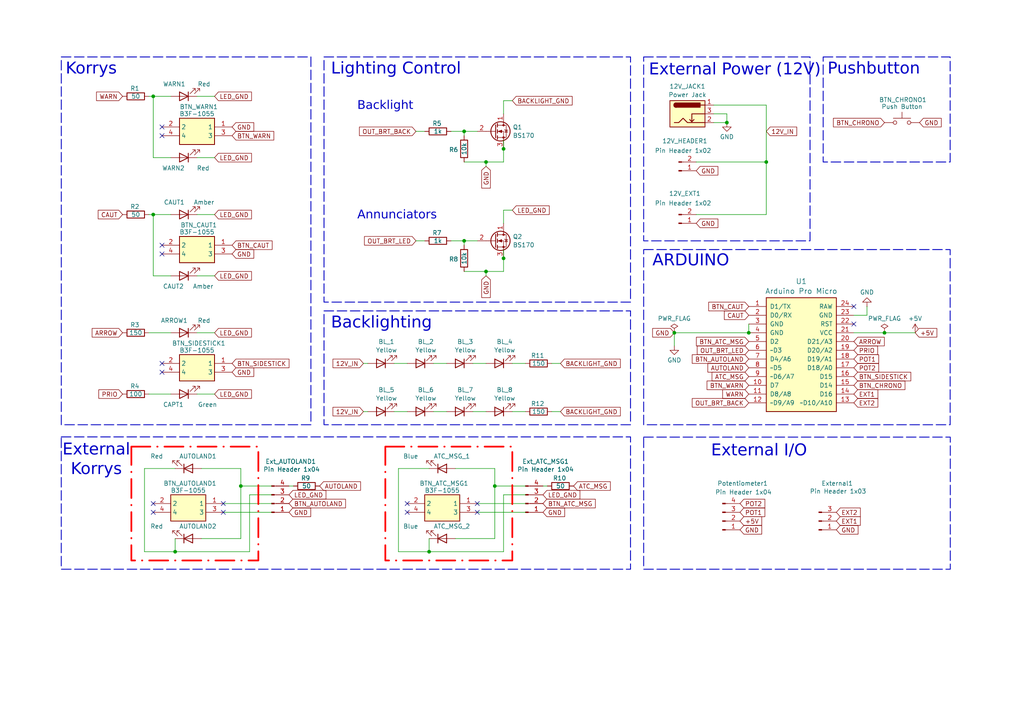
<source format=kicad_sch>
(kicad_sch (version 20231120) (generator "eeschema") (generator_version "8.0")
  (paper "A4")
  (title_block (title "WARNING PANEL Left") (date "2024-11-18") (rev "V1.1") (company "S.K.") (comment 1 "ATC-MSG- and AUTOLAND-Korrys are external") (comment 2 "Shortened version"))
  (lib_symbols
    (symbol "Arduino:Sparkfun_Pro_Micro" (pin_names (offset 1.016))
      (property "Reference" "U" (at -8.89 21.59 0))
      (property "Value" "Sparkfun_Pro_Micro" (at 0 19.05 0))
      (symbol "Sparkfun_Pro_Micro_0_1"
        (rectangle (start -10.16 17.78) (end 10.16 -15.24) (stroke (width 0.254)) (fill (type background)))
      )
      (symbol "Sparkfun_Pro_Micro_1_1"
        (pin bidirectional line (at -15.24 15.24 0) (length 5.08) (name "D1/TX") (number "1"))
        (pin bidirectional line (at -15.24 -7.62 0) (length 5.08) (name "D7") (number "10"))
        (pin bidirectional line (at -15.24 -10.16 0) (length 5.08) (name "D8/A8") (number "11"))
        (pin bidirectional line (at -15.24 -12.7 0) (length 5.08) (name "~D9/A9") (number "12"))
        (pin bidirectional line (at 15.24 -12.7 180) (length 5.08) (name "~D10/A10") (number "13"))
        (pin bidirectional line (at 15.24 -10.16 180) (length 5.08) (name "D16") (number "14"))
        (pin bidirectional line (at 15.24 -7.62 180) (length 5.08) (name "D14") (number "15"))
        (pin bidirectional line (at 15.24 -5.08 180) (length 5.08) (name "D15") (number "16"))
        (pin bidirectional line (at 15.24 -2.54 180) (length 5.08) (name "D18/A0") (number "17"))
        (pin bidirectional line (at 15.24 0 180) (length 5.08) (name "D19/A1") (number "18"))
        (pin bidirectional line (at 15.24 2.54 180) (length 5.08) (name "D20/A2") (number "19"))
        (pin bidirectional line (at -15.24 12.7 0) (length 5.08) (name "D0/RX") (number "2"))
        (pin bidirectional line (at 15.24 5.08 180) (length 5.08) (name "D21/A3") (number "20"))
        (pin power_in line (at 15.24 7.62 180) (length 5.08) (name "VCC") (number "21"))
        (pin input line (at 15.24 10.16 180) (length 5.08) (name "RST") (number "22"))
        (pin power_in line (at 15.24 12.7 180) (length 5.08) (name "GND") (number "23"))
        (pin power_in line (at 15.24 15.24 180) (length 5.08) (name "RAW") (number "24"))
        (pin power_in line (at -15.24 10.16 0) (length 5.08) (name "GND") (number "3"))
        (pin power_in line (at -15.24 7.62 0) (length 5.08) (name "GND") (number "4"))
        (pin bidirectional line (at -15.24 5.08 0) (length 5.08) (name "D2") (number "5"))
        (pin bidirectional line (at -15.24 2.54 0) (length 5.08) (name "~D3") (number "6"))
        (pin bidirectional line (at -15.24 0 0) (length 5.08) (name "D4/A6") (number "7"))
        (pin bidirectional line (at -15.24 -2.54 0) (length 5.08) (name "~D5") (number "8"))
        (pin bidirectional line (at -15.24 -5.08 0) (length 5.08) (name "~D6/A7") (number "9"))
      )
    )
    (symbol "Connector:Barrel_Jack_Switch" (pin_names hide)
      (property "Reference" "J" (at 0 5.334 0))
      (property "Value" "Barrel_Jack_Switch" (at 0 -5.08 0))
      (symbol "Barrel_Jack_Switch_0_1"
        (rectangle (start -5.08 3.81) (end 5.08 -3.81) (stroke (width 0.254)) (fill (type background)))
        (arc (start -3.302 3.175) (mid -3.9343 2.54) (end -3.302 1.905) (stroke (width 0.254)))
        (arc (start -3.302 3.175) (mid -3.9343 2.54) (end -3.302 1.905) (stroke (width 0.254)) (fill (type outline)))
        (polyline (pts (xy 1.27 -2.286) (xy 1.905 -1.651)) (stroke (width 0.254)))
        (polyline (pts (xy 5.08 2.54) (xy 3.81 2.54)) (stroke (width 0.254)))
        (polyline (pts (xy 5.08 0) (xy 1.27 0) (xy 1.27 -2.286) (xy 0.635 -1.651)) (stroke (width 0.254)))
        (polyline (pts (xy -3.81 -2.54) (xy -2.54 -2.54) (xy -1.27 -1.27) (xy 0 -2.54) (xy 2.54 -2.54) (xy 5.08 -2.54)) (stroke (width 0.254)))
        (rectangle (start 3.683 3.175) (end -3.302 1.905) (stroke (width 0.254)) (fill (type outline)))
      )
      (symbol "Barrel_Jack_Switch_1_1"
        (pin passive line (at 7.62 2.54 180) (length 2.54) (name "~") (number "1"))
        (pin passive line (at 7.62 -2.54 180) (length 2.54) (name "~") (number "2"))
        (pin passive line (at 7.62 0 180) (length 2.54) (name "~") (number "3"))
      )
    )
    (symbol "Connector:Conn_01x02_Pin" (pin_names (offset 1.016) hide)
      (property "Reference" "J" (at 0 2.54 0))
      (property "Value" "Conn_01x02_Pin" (at 0 -5.08 0))
      (symbol "Conn_01x02_Pin_1_1"
        (polyline (pts (xy 1.27 -2.54) (xy 0.8636 -2.54)) (stroke (width 0.1524)))
        (polyline (pts (xy 1.27 0) (xy 0.8636 0)) (stroke (width 0.1524)))
        (rectangle (start 0.8636 -2.413) (end 0 -2.667) (stroke (width 0.1524)) (fill (type outline)))
        (rectangle (start 0.8636 0.127) (end 0 -0.127) (stroke (width 0.1524)) (fill (type outline)))
        (pin passive line (at 5.08 0 180) (length 3.81) (name "Pin_1") (number "1"))
        (pin passive line (at 5.08 -2.54 180) (length 3.81) (name "Pin_2") (number "2"))
      )
    )
    (symbol "Connector:Conn_01x03_Pin" (pin_names (offset 1.016) hide)
      (property "Reference" "J" (at 0 5.08 0))
      (property "Value" "Conn_01x03_Pin" (at 0 -5.08 0))
      (symbol "Conn_01x03_Pin_1_1"
        (polyline (pts (xy 1.27 -2.54) (xy 0.8636 -2.54)) (stroke (width 0.1524)))
        (polyline (pts (xy 1.27 0) (xy 0.8636 0)) (stroke (width 0.1524)))
        (polyline (pts (xy 1.27 2.54) (xy 0.8636 2.54)) (stroke (width 0.1524)))
        (rectangle (start 0.8636 -2.413) (end 0 -2.667) (stroke (width 0.1524)) (fill (type outline)))
        (rectangle (start 0.8636 0.127) (end 0 -0.127) (stroke (width 0.1524)) (fill (type outline)))
        (rectangle (start 0.8636 2.667) (end 0 2.413) (stroke (width 0.1524)) (fill (type outline)))
        (pin passive line (at 5.08 2.54 180) (length 3.81) (name "Pin_1") (number "1"))
        (pin passive line (at 5.08 0 180) (length 3.81) (name "Pin_2") (number "2"))
        (pin passive line (at 5.08 -2.54 180) (length 3.81) (name "Pin_3") (number "3"))
      )
    )
    (symbol "Connector:Conn_01x04_Pin" (pin_names (offset 1.016) hide)
      (property "Reference" "J" (at 0 5.08 0))
      (property "Value" "Conn_01x04_Pin" (at 0 -7.62 0))
      (symbol "Conn_01x04_Pin_1_1"
        (polyline (pts (xy 1.27 -5.08) (xy 0.8636 -5.08)) (stroke (width 0.1524)))
        (polyline (pts (xy 1.27 -2.54) (xy 0.8636 -2.54)) (stroke (width 0.1524)))
        (polyline (pts (xy 1.27 0) (xy 0.8636 0)) (stroke (width 0.1524)))
        (polyline (pts (xy 1.27 2.54) (xy 0.8636 2.54)) (stroke (width 0.1524)))
        (rectangle (start 0.8636 -4.953) (end 0 -5.207) (stroke (width 0.1524)) (fill (type outline)))
        (rectangle (start 0.8636 -2.413) (end 0 -2.667) (stroke (width 0.1524)) (fill (type outline)))
        (rectangle (start 0.8636 0.127) (end 0 -0.127) (stroke (width 0.1524)) (fill (type outline)))
        (rectangle (start 0.8636 2.667) (end 0 2.413) (stroke (width 0.1524)) (fill (type outline)))
        (pin passive line (at 5.08 2.54 180) (length 3.81) (name "Pin_1") (number "1"))
        (pin passive line (at 5.08 0 180) (length 3.81) (name "Pin_2") (number "2"))
        (pin passive line (at 5.08 -2.54 180) (length 3.81) (name "Pin_3") (number "3"))
        (pin passive line (at 5.08 -5.08 180) (length 3.81) (name "Pin_4") (number "4"))
      )
    )
    (symbol "Device:LED" (pin_numbers hide) (pin_names (offset 1.016) hide)
      (property "Reference" "D" (at 0 2.54 0))
      (property "Value" "LED" (at 0 -2.54 0))
      (symbol "LED_0_1"
        (polyline (pts (xy -1.27 -1.27) (xy -1.27 1.27)) (stroke (width 0.254)))
        (polyline (pts (xy -1.27 0) (xy 1.27 0)))
        (polyline (pts (xy 1.27 -1.27) (xy 1.27 1.27) (xy -1.27 0) (xy 1.27 -1.27)) (stroke (width 0.254)))
        (polyline (pts (xy -3.048 -0.762) (xy -4.572 -2.286) (xy -3.81 -2.286) (xy -4.572 -2.286) (xy -4.572 -1.524)))
        (polyline (pts (xy -1.778 -0.762) (xy -3.302 -2.286) (xy -2.54 -2.286) (xy -3.302 -2.286) (xy -3.302 -1.524)))
      )
      (symbol "LED_1_1"
        (pin passive line (at -3.81 0 0) (length 2.54) (name "K") (number "1"))
        (pin passive line (at 3.81 0 180) (length 2.54) (name "A") (number "2"))
      )
    )
    (symbol "Device:R" (pin_numbers hide) (pin_names (offset 0))
      (property "Reference" "R" (at 2.032 0 90))
      (property "Value" "R" (at 0 0 90))
      (symbol "R_0_1"
        (rectangle (start -1.016 -2.54) (end 1.016 2.54) (stroke (width 0.254)))
      )
      (symbol "R_1_1"
        (pin passive line (at 0 3.81 270) (length 1.27) (name "~") (number "1"))
        (pin passive line (at 0 -3.81 90) (length 1.27) (name "~") (number "2"))
      )
    )
    (symbol "SamacSys_Parts:B3F-1055"
      (property "Reference" "SW" (at 5.588 7.62 0))
      (property "Value" "B3F-1055" (at 5.334 5.08 0))
      (symbol "B3F-1055_1_1"
        (rectangle (start 5.08 2.54) (end 15.24 -5.08) (stroke (width 0.254)) (fill (type background)))
        (pin passive line (at 20.32 -2.54 180) (length 5.08) (name "1") (number "1"))
        (pin passive line (at 0 -2.54 0) (length 5.08) (name "2") (number "2"))
        (pin passive line (at 20.32 0 180) (length 5.08) (name "3") (number "3"))
        (pin passive line (at 0 0 0) (length 5.08) (name "4") (number "4"))
      )
    )
    (symbol "Switch:SW_Push" (pin_numbers hide) (pin_names (offset 1.016) hide)
      (property "Reference" "SW" (at 1.27 2.54 0))
      (property "Value" "SW_Push" (at 0 -1.524 0))
      (symbol "SW_Push_0_1"
        (circle (center -2.032 0) (radius 0.508))
        (polyline (pts (xy 0 1.27) (xy 0 3.048)))
        (polyline (pts (xy 2.54 1.27) (xy -2.54 1.27)))
        (circle (center 2.032 0) (radius 0.508))
        (pin passive line (at -5.08 0 0) (length 2.54) (name "1") (number "1"))
        (pin passive line (at 5.08 0 180) (length 2.54) (name "2") (number "2"))
      )
    )
    (symbol "Transistor_FET:BS170" (pin_names hide)
      (property "Reference" "Q" (at 5.08 1.905 0))
      (property "Value" "BS170" (at 5.08 0 0))
      (symbol "BS170_0_1"
        (polyline (pts (xy 0.254 0) (xy -2.54 0)))
        (polyline (pts (xy 0.254 1.905) (xy 0.254 -1.905)) (stroke (width 0.254)))
        (polyline (pts (xy 0.762 -1.27) (xy 0.762 -2.286)) (stroke (width 0.254)))
        (polyline (pts (xy 0.762 0.508) (xy 0.762 -0.508)) (stroke (width 0.254)))
        (polyline (pts (xy 0.762 2.286) (xy 0.762 1.27)) (stroke (width 0.254)))
        (polyline (pts (xy 2.54 2.54) (xy 2.54 1.778)))
        (polyline (pts (xy 2.54 -2.54) (xy 2.54 0) (xy 0.762 0)))
        (polyline (pts (xy 0.762 -1.778) (xy 3.302 -1.778) (xy 3.302 1.778) (xy 0.762 1.778)))
        (polyline (pts (xy 1.016 0) (xy 2.032 0.381) (xy 2.032 -0.381) (xy 1.016 0)) (fill (type outline)))
        (polyline (pts (xy 2.794 0.508) (xy 2.921 0.381) (xy 3.683 0.381) (xy 3.81 0.254)))
        (polyline (pts (xy 3.302 0.381) (xy 2.921 -0.254) (xy 3.683 -0.254) (xy 3.302 0.381)))
        (circle (center 1.651 0) (radius 2.794) (stroke (width 0.254)))
        (circle (center 2.54 -1.778) (radius 0.254) (fill (type outline)))
        (circle (center 2.54 1.778) (radius 0.254) (fill (type outline)))
      )
      (symbol "BS170_1_1"
        (pin passive line (at 2.54 5.08 270) (length 2.54) (name "D") (number "1"))
        (pin input line (at -5.08 0 0) (length 2.54) (name "G") (number "2"))
        (pin passive line (at 2.54 -5.08 90) (length 2.54) (name "S") (number "3"))
      )
    )
    (symbol "power:+5V" (power) (pin_numbers hide) (pin_names (offset 0) hide)
      (property "Value" "+5V" (at 0 3.556 0))
      (symbol "+5V_0_1"
        (polyline (pts (xy -0.762 1.27) (xy 0 2.54)))
        (polyline (pts (xy 0 0) (xy 0 2.54)))
        (polyline (pts (xy 0 2.54) (xy 0.762 1.27)))
      )
      (symbol "+5V_1_1"
        (pin power_in line (at 0 0 90) (length 0) (name "~") (number "1"))
      )
    )
    (symbol "power:GND" (power) (pin_numbers hide) (pin_names (offset 0) hide)
      (property "Value" "GND" (at 0 -3.81 0))
      (symbol "GND_0_1"
        (polyline (pts (xy 0 0) (xy 0 -1.27) (xy 1.27 -1.27) (xy 0 -2.54) (xy -1.27 -1.27) (xy 0 -1.27)))
      )
      (symbol "GND_1_1"
        (pin power_in line (at 0 0 270) (length 0) (name "~") (number "1"))
      )
    )
    (symbol "power:PWR_FLAG" (power) (pin_numbers hide) (pin_names (offset 0) hide)
      (property "Value" "PWR_FLAG" (at 0 3.81 0))
      (symbol "PWR_FLAG_0_0"
        (pin power_out line (at 0 0 90) (length 0) (name "~") (number "1"))
      )
      (symbol "PWR_FLAG_0_1"
        (polyline (pts (xy 0 0) (xy 0 1.27) (xy -1.016 1.905) (xy 0 2.54) (xy 1.016 1.905) (xy 0 1.27)))
      )
    )
  )
  (junction (at 44.45 27.94))
  (junction (at 140.97 78.74))
  (junction (at 222.25 46.99))
  (junction (at 134.62 38.1))
  (junction (at 143.51 140.97))
  (junction (at 217.17 96.52))
  (junction (at 140.97 46.99))
  (junction (at 69.85 140.97))
  (junction (at 50.8 160.02))
  (junction (at 210.82 35.56))
  (junction (at 146.05 74.93))
  (junction (at 134.62 69.85))
  (junction (at 146.05 43.18))
  (junction (at 124.46 160.02))
  (junction (at 195.58 96.52))
  (junction (at 44.45 62.23))
  (junction (at 256.54 96.52))
  (no_connect (at 46.99 39.37))
  (no_connect (at 46.99 107.95))
  (no_connect (at 46.99 71.12))
  (no_connect (at 44.45 146.05))
  (no_connect (at 46.99 36.83))
  (no_connect (at 44.45 148.59))
  (no_connect (at 247.65 88.9))
  (no_connect (at 118.11 148.59))
  (no_connect (at 46.99 73.66))
  (no_connect (at 138.43 148.59))
  (no_connect (at 46.99 105.41))
  (no_connect (at 64.77 146.05))
  (no_connect (at 118.11 146.05))
  (no_connect (at 64.77 148.59))
  (no_connect (at 138.43 146.05))
  (no_connect (at 247.65 93.98))
  (wire (pts (xy 69.85 156.21) (xy 69.85 140.97)))
  (wire (pts (xy 143.51 135.89) (xy 143.51 140.97)))
  (wire (pts (xy 138.43 148.59) (xy 152.4 148.59)))
  (wire (pts (xy 72.39 160.02) (xy 72.39 143.51)))
  (wire (pts (xy 195.58 100.33) (xy 195.58 96.52)))
  (wire (pts (xy 146.05 74.93) (xy 146.05 78.74)))
  (wire (pts (xy 134.62 38.1) (xy 138.43 38.1)))
  (wire (pts (xy 143.51 140.97) (xy 152.4 140.97)))
  (wire (pts (xy 69.85 135.89) (xy 69.85 140.97)))
  (wire (pts (xy 137.16 119.38) (xy 140.97 119.38)))
  (wire (pts (xy 120.65 38.1) (xy 123.19 38.1)))
  (wire (pts (xy 134.62 69.85) (xy 138.43 69.85)))
  (wire (pts (xy 124.46 135.89) (xy 115.57 135.89)))
  (wire (pts (xy 207.01 30.48) (xy 222.25 30.48)))
  (wire (pts (xy 62.23 45.72) (xy 57.15 45.72)))
  (wire (pts (xy 148.59 119.38) (xy 152.4 119.38)))
  (wire (pts (xy 137.16 105.41) (xy 140.97 105.41)))
  (wire (pts (xy 210.82 33.02) (xy 210.82 35.56)))
  (wire (pts (xy 44.45 62.23) (xy 43.18 62.23)))
  (wire (pts (xy 130.81 38.1) (xy 134.62 38.1)))
  (wire (pts (xy 50.8 135.89) (xy 41.91 135.89)))
  (wire (pts (xy 64.77 148.59) (xy 78.74 148.59)))
  (wire (pts (xy 160.02 105.41) (xy 162.56 105.41)))
  (wire (pts (xy 62.23 62.23) (xy 57.15 62.23)))
  (wire (pts (xy 207.01 33.02) (xy 210.82 33.02)))
  (wire (pts (xy 41.91 135.89) (xy 41.91 160.02)))
  (wire (pts (xy 222.25 30.48) (xy 222.25 46.99)))
  (wire (pts (xy 125.73 105.41) (xy 129.54 105.41)))
  (wire (pts (xy 124.46 160.02) (xy 146.05 160.02)))
  (wire (pts (xy 114.3 105.41) (xy 118.11 105.41)))
  (wire (pts (xy 44.45 62.23) (xy 49.53 62.23)))
  (wire (pts (xy 49.53 114.3) (xy 43.18 114.3)))
  (wire (pts (xy 195.58 96.52) (xy 217.17 96.52)))
  (wire (pts (xy 143.51 156.21) (xy 143.51 140.97)))
  (wire (pts (xy 140.97 78.74) (xy 146.05 78.74)))
  (wire (pts (xy 130.81 69.85) (xy 134.62 69.85)))
  (wire (pts (xy 120.65 69.85) (xy 123.19 69.85)))
  (wire (pts (xy 83.82 140.97) (xy 85.09 140.97)))
  (wire (pts (xy 44.45 27.94) (xy 43.18 27.94)))
  (wire (pts (xy 148.59 105.41) (xy 152.4 105.41)))
  (wire (pts (xy 157.48 140.97) (xy 158.75 140.97)))
  (wire (pts (xy 49.53 80.01) (xy 44.45 80.01)))
  (wire (pts (xy 44.45 45.72) (xy 44.45 27.94)))
  (wire (pts (xy 146.05 29.21) (xy 146.05 33.02)))
  (wire (pts (xy 146.05 143.51) (xy 152.4 143.51)))
  (wire (pts (xy 105.41 105.41) (xy 106.68 105.41)))
  (wire (pts (xy 256.54 96.52) (xy 265.43 96.52)))
  (wire (pts (xy 146.05 40.64) (xy 146.05 43.18)))
  (wire (pts (xy 134.62 78.74) (xy 140.97 78.74)))
  (wire (pts (xy 217.17 93.98) (xy 217.17 96.52)))
  (wire (pts (xy 43.18 96.52) (xy 49.53 96.52)))
  (wire (pts (xy 62.23 80.01) (xy 57.15 80.01)))
  (wire (pts (xy 114.3 119.38) (xy 118.11 119.38)))
  (wire (pts (xy 132.08 156.21) (xy 143.51 156.21)))
  (wire (pts (xy 146.05 72.39) (xy 146.05 74.93)))
  (wire (pts (xy 72.39 143.51) (xy 78.74 143.51)))
  (wire (pts (xy 62.23 96.52) (xy 57.15 96.52)))
  (wire (pts (xy 134.62 46.99) (xy 140.97 46.99)))
  (wire (pts (xy 247.65 96.52) (xy 256.54 96.52)))
  (wire (pts (xy 251.46 91.44) (xy 251.46 88.9)))
  (wire (pts (xy 44.45 27.94) (xy 49.53 27.94)))
  (wire (pts (xy 115.57 135.89) (xy 115.57 160.02)))
  (wire (pts (xy 115.57 160.02) (xy 124.46 160.02)))
  (wire (pts (xy 140.97 48.26) (xy 140.97 46.99)))
  (wire (pts (xy 49.53 45.72) (xy 44.45 45.72)))
  (wire (pts (xy 134.62 38.1) (xy 134.62 39.37)))
  (wire (pts (xy 138.43 146.05) (xy 152.4 146.05)))
  (wire (pts (xy 41.91 160.02) (xy 50.8 160.02)))
  (wire (pts (xy 44.45 80.01) (xy 44.45 62.23)))
  (wire (pts (xy 134.62 69.85) (xy 134.62 71.12)))
  (wire (pts (xy 148.59 29.21) (xy 146.05 29.21)))
  (wire (pts (xy 50.8 160.02) (xy 72.39 160.02)))
  (wire (pts (xy 148.59 60.96) (xy 146.05 60.96)))
  (wire (pts (xy 146.05 60.96) (xy 146.05 64.77)))
  (wire (pts (xy 62.23 27.94) (xy 57.15 27.94)))
  (wire (pts (xy 201.93 46.99) (xy 222.25 46.99)))
  (wire (pts (xy 106.68 119.38) (xy 105.41 119.38)))
  (wire (pts (xy 50.8 156.21) (xy 50.8 160.02)))
  (wire (pts (xy 64.77 146.05) (xy 78.74 146.05)))
  (wire (pts (xy 125.73 119.38) (xy 129.54 119.38)))
  (wire (pts (xy 247.65 91.44) (xy 251.46 91.44)))
  (wire (pts (xy 222.25 62.23) (xy 222.25 46.99)))
  (wire (pts (xy 146.05 43.18) (xy 146.05 46.99)))
  (wire (pts (xy 58.42 156.21) (xy 69.85 156.21)))
  (wire (pts (xy 140.97 80.01) (xy 140.97 78.74)))
  (wire (pts (xy 140.97 46.99) (xy 146.05 46.99)))
  (wire (pts (xy 62.23 114.3) (xy 57.15 114.3)))
  (wire (pts (xy 201.93 62.23) (xy 222.25 62.23)))
  (wire (pts (xy 69.85 140.97) (xy 78.74 140.97)))
  (wire (pts (xy 124.46 156.21) (xy 124.46 160.02)))
  (wire (pts (xy 132.08 135.89) (xy 143.51 135.89)))
  (wire (pts (xy 146.05 160.02) (xy 146.05 143.51)))
  (wire (pts (xy 207.01 35.56) (xy 210.82 35.56)))
  (wire (pts (xy 58.42 135.89) (xy 69.85 135.89)))
  (wire (pts (xy 160.02 119.38) (xy 162.56 119.38)))
  (rectangle (start 186.69 16.51) (end 234.95 69.85) (stroke (width 0.254) (type dash)))
  (rectangle (start 93.98 90.17) (end 182.88 123.19) (stroke (width 0.254) (type dash)))
  (rectangle (start 238.76 16.51) (end 275.59 46.99) (stroke (width 0.254) (type dash)))
  (rectangle (start 186.69 72.39) (end 275.59 123.19) (stroke (width 0.254) (type dash)))
  (rectangle (start 111.76 129.54) (end 148.59 162.56) (stroke (width 0.5) (type dash_dot) (color 255 0 0 1)))
  (rectangle (start 17.7719 126.7133) (end 182.88 165.1) (stroke (width 0.254) (type dash)))
  (rectangle (start 17.78 16.51) (end 90.17 123.19) (stroke (width 0.254) (type dash)))
  (rectangle (start 38.1 129.54) (end 74.93 162.56) (stroke (width 0.5) (type dash_dot) (color 255 0 0 1)))
  (rectangle (start 186.69 126.7834) (end 275.624 165.1) (stroke (width 0.254) (type dash)))
  (rectangle (start 93.98 16.51) (end 182.88 87.63) (stroke (width 0.254) (type dash)))
  (text "External Power (12V)" (at 188.214 19.304 0) (effects (font (size 3.3782 3.3782)) (justify left top)))
  (text "Annunciators" (at 103.632 61.722 0) (effects (font (size 2.5 2.5)) (justify left top)))
  (text "Backlight" (at 103.632 29.972 0) (effects (font (size 2.5 2.5)) (justify left top)))
  (text "ARDUINO" (at 189.23 74.676 0) (effects (font (size 3.3782 3.3782)) (justify left top)))
  (text "Lighting Control" (at 96.012 19.05 0) (effects (font (size 3.3782 3.3782)) (justify left top)))
  (text "Pushbutton" (at 240.03 19.05 0) (effects (font (size 3.3782 3.3782)) (justify left top)))
  (text "Backlighting" (at 96.012 92.71 0) (effects (font (size 3.3782 3.3782)) (justify left top)))
  (text "External\nKorrys" (at 27.94 129.54 0) (effects (font (size 3.3782 3.3782)) (justify top)))
  (text "External I/O" (at 206.248 129.794 0) (effects (font (size 3.3782 3.3782)) (justify left top)))
  (text "Korrys" (at 19.05 19.05 0) (effects (font (size 3.3782 3.3782)) (justify left top)))
  (global_label "+5V" (shape input) (at 265.43 96.52 0) (property "Intersheetrefs" "${INTERSHEET_REFS}" (effects (hide yes))))
  (global_label "GND" (shape input) (at 67.31 36.83 0) (property "Intersheetrefs" "${INTERSHEET_REFS}" (effects (hide yes))))
  (global_label "12V_IN" (shape input) (at 105.41 105.41 180) (property "Intersheetrefs" "${INTERSHEET_REFS}" (effects (hide yes))))
  (global_label "GND" (shape input) (at 201.93 49.53 0) (property "Intersheetrefs" "${INTERSHEET_REFS}" (effects (hide yes))))
  (global_label "ATC_MSG" (shape input) (at 166.37 140.97 0) (property "Intersheetrefs" "${INTERSHEET_REFS}" (effects (hide yes))))
  (global_label "LED_GND" (shape input) (at 62.23 96.52 0) (property "Intersheetrefs" "${INTERSHEET_REFS}" (effects (hide yes))))
  (global_label "POT1" (shape input) (at 214.63 148.59 0) (property "Intersheetrefs" "${INTERSHEET_REFS}" (effects (hide yes))))
  (global_label "BTN_SIDESTICK" (shape input) (at 247.65 109.22 0) (property "Intersheetrefs" "${INTERSHEET_REFS}" (effects (hide yes))))
  (global_label "LED_GND" (shape input) (at 148.59 60.96 0) (property "Intersheetrefs" "${INTERSHEET_REFS}" (effects (hide yes))))
  (global_label "GND" (shape input) (at 266.7 35.56 0) (property "Intersheetrefs" "${INTERSHEET_REFS}" (effects (hide yes))))
  (global_label "GND" (shape input) (at 67.31 107.95 0) (property "Intersheetrefs" "${INTERSHEET_REFS}" (effects (hide yes))))
  (global_label "BTN_AUTOLAND" (shape input) (at 217.17 104.14 180) (property "Intersheetrefs" "${INTERSHEET_REFS}" (effects (hide yes))))
  (global_label "12V_IN" (shape input) (at 222.25 38.1 0) (property "Intersheetrefs" "${INTERSHEET_REFS}" (effects (hide yes))))
  (global_label "PRIO" (shape input) (at 35.56 114.3 180) (property "Intersheetrefs" "${INTERSHEET_REFS}" (effects (hide yes))))
  (global_label "LED_GND" (shape input) (at 62.23 45.72 0) (property "Intersheetrefs" "${INTERSHEET_REFS}" (effects (hide yes))))
  (global_label "LED_GND" (shape input) (at 62.23 62.23 0) (property "Intersheetrefs" "${INTERSHEET_REFS}" (effects (hide yes))))
  (global_label "BTN_CHRONO" (shape input) (at 247.65 111.76 0) (property "Intersheetrefs" "${INTERSHEET_REFS}" (effects (hide yes))))
  (global_label "ARROW" (shape input) (at 247.65 99.06 0) (property "Intersheetrefs" "${INTERSHEET_REFS}" (effects (hide yes))))
  (global_label "LED_GND" (shape input) (at 62.23 80.01 0) (property "Intersheetrefs" "${INTERSHEET_REFS}" (effects (hide yes))))
  (global_label "GND" (shape input) (at 214.63 153.67 0) (property "Intersheetrefs" "${INTERSHEET_REFS}" (effects (hide yes))))
  (global_label "LED_GND" (shape input) (at 157.48 143.51 0) (property "Intersheetrefs" "${INTERSHEET_REFS}" (effects (hide yes))))
  (global_label "ARROW" (shape input) (at 35.56 96.52 180) (property "Intersheetrefs" "${INTERSHEET_REFS}" (effects (hide yes))))
  (global_label "POT2" (shape input) (at 214.63 146.05 0) (property "Intersheetrefs" "${INTERSHEET_REFS}" (effects (hide yes))))
  (global_label "GND" (shape input) (at 201.93 64.77 0) (property "Intersheetrefs" "${INTERSHEET_REFS}" (effects (hide yes))))
  (global_label "BTN_WARN" (shape input) (at 67.31 39.37 0) (property "Intersheetrefs" "${INTERSHEET_REFS}" (effects (hide yes))))
  (global_label "EXT1" (shape input) (at 242.57 151.13 0) (property "Intersheetrefs" "${INTERSHEET_REFS}" (effects (hide yes))))
  (global_label "BACKLIGHT_GND" (shape input) (at 162.56 105.41 0) (property "Intersheetrefs" "${INTERSHEET_REFS}" (effects (hide yes))))
  (global_label "POT1" (shape input) (at 247.65 104.14 0) (property "Intersheetrefs" "${INTERSHEET_REFS}" (effects (hide yes))))
  (global_label "EXT2" (shape input) (at 242.57 148.59 0) (property "Intersheetrefs" "${INTERSHEET_REFS}" (effects (hide yes))))
  (global_label "+5V" (shape input) (at 214.63 151.13 0) (property "Intersheetrefs" "${INTERSHEET_REFS}" (effects (hide yes))))
  (global_label "OUT_BRT_BACK" (shape input) (at 217.17 116.84 180) (property "Intersheetrefs" "${INTERSHEET_REFS}" (effects (hide yes))))
  (global_label "AUTOLAND" (shape input) (at 92.71 140.97 0) (property "Intersheetrefs" "${INTERSHEET_REFS}" (effects (hide yes))))
  (global_label "ATC_MSG" (shape input) (at 217.17 109.22 180) (property "Intersheetrefs" "${INTERSHEET_REFS}" (effects (hide yes))))
  (global_label "WARN" (shape input) (at 217.17 114.3 180) (property "Intersheetrefs" "${INTERSHEET_REFS}" (effects (hide yes))))
  (global_label "BTN_ATC_MSG" (shape input) (at 217.17 99.06 180) (property "Intersheetrefs" "${INTERSHEET_REFS}" (effects (hide yes))))
  (global_label "GND" (shape input) (at 83.82 148.59 0) (property "Intersheetrefs" "${INTERSHEET_REFS}" (effects (hide yes))))
  (global_label "GND" (shape input) (at 140.97 80.01 270) (property "Intersheetrefs" "${INTERSHEET_REFS}" (effects (hide yes))))
  (global_label "GND" (shape input) (at 140.97 48.26 270) (property "Intersheetrefs" "${INTERSHEET_REFS}" (effects (hide yes))))
  (global_label "BTN_CAUT" (shape input) (at 217.17 88.9 180) (property "Intersheetrefs" "${INTERSHEET_REFS}" (effects (hide yes))))
  (global_label "LED_GND" (shape input) (at 62.23 114.3 0) (property "Intersheetrefs" "${INTERSHEET_REFS}" (effects (hide yes))))
  (global_label "GND" (shape input) (at 242.57 153.67 0) (property "Intersheetrefs" "${INTERSHEET_REFS}" (effects (hide yes))))
  (global_label "CAUT" (shape input) (at 217.17 91.44 180) (property "Intersheetrefs" "${INTERSHEET_REFS}" (effects (hide yes))))
  (global_label "POT2" (shape input) (at 247.65 106.68 0) (property "Intersheetrefs" "${INTERSHEET_REFS}" (effects (hide yes))))
  (global_label "BTN_CHRONO" (shape input) (at 256.54 35.56 180) (property "Intersheetrefs" "${INTERSHEET_REFS}" (effects (hide yes))))
  (global_label "OUT_BRT_LED" (shape input) (at 120.65 69.85 180) (property "Intersheetrefs" "${INTERSHEET_REFS}" (effects (hide yes))))
  (global_label "CAUT" (shape input) (at 35.56 62.23 180) (property "Intersheetrefs" "${INTERSHEET_REFS}" (effects (hide yes))))
  (global_label "OUT_BRT_BACK" (shape input) (at 120.65 38.1 180) (property "Intersheetrefs" "${INTERSHEET_REFS}" (effects (hide yes))))
  (global_label "WARN" (shape input) (at 35.56 27.94 180) (property "Intersheetrefs" "${INTERSHEET_REFS}" (effects (hide yes))))
  (global_label "BACKLIGHT_GND" (shape input) (at 148.59 29.21 0) (property "Intersheetrefs" "${INTERSHEET_REFS}" (effects (hide yes))))
  (global_label "LED_GND" (shape input) (at 83.82 143.51 0) (property "Intersheetrefs" "${INTERSHEET_REFS}" (effects (hide yes))))
  (global_label "EXT2" (shape input) (at 247.65 116.84 0) (property "Intersheetrefs" "${INTERSHEET_REFS}" (effects (hide yes))))
  (global_label "BTN_ATC_MSG" (shape input) (at 157.48 146.05 0) (property "Intersheetrefs" "${INTERSHEET_REFS}" (effects (hide yes))))
  (global_label "PRIO" (shape input) (at 247.65 101.6 0) (property "Intersheetrefs" "${INTERSHEET_REFS}" (effects (hide yes))))
  (global_label "BTN_AUTOLAND" (shape input) (at 83.82 146.05 0) (property "Intersheetrefs" "${INTERSHEET_REFS}" (effects (hide yes))))
  (global_label "OUT_BRT_LED" (shape input) (at 217.17 101.6 180) (property "Intersheetrefs" "${INTERSHEET_REFS}" (effects (hide yes))))
  (global_label "GND" (shape input) (at 67.31 73.66 0) (property "Intersheetrefs" "${INTERSHEET_REFS}" (effects (hide yes))))
  (global_label "EXT1" (shape input) (at 247.65 114.3 0) (property "Intersheetrefs" "${INTERSHEET_REFS}" (effects (hide yes))))
  (global_label "GND" (shape input) (at 157.48 148.59 0) (property "Intersheetrefs" "${INTERSHEET_REFS}" (effects (hide yes))))
  (global_label "BTN_CAUT" (shape input) (at 67.31 71.12 0) (property "Intersheetrefs" "${INTERSHEET_REFS}" (effects (hide yes))))
  (global_label "AUTOLAND" (shape input) (at 217.17 106.68 180) (property "Intersheetrefs" "${INTERSHEET_REFS}" (effects (hide yes))))
  (global_label "12V_IN" (shape input) (at 105.41 119.38 180) (property "Intersheetrefs" "${INTERSHEET_REFS}" (effects (hide yes))))
  (global_label "BACKLIGHT_GND" (shape input) (at 162.56 119.38 0) (property "Intersheetrefs" "${INTERSHEET_REFS}" (effects (hide yes))))
  (global_label "BTN_WARN" (shape input) (at 217.17 111.76 180) (property "Intersheetrefs" "${INTERSHEET_REFS}" (effects (hide yes))))
  (global_label "BTN_SIDESTICK" (shape input) (at 67.31 105.41 0) (property "Intersheetrefs" "${INTERSHEET_REFS}" (effects (hide yes))))
  (global_label "LED_GND" (shape input) (at 62.23 27.94 0) (property "Intersheetrefs" "${INTERSHEET_REFS}" (effects (hide yes))))
  (global_label "GND" (shape input) (at 195.58 96.52 180) (property "Intersheetrefs" "${INTERSHEET_REFS}" (effects (hide yes))))
  (symbol (lib_id "Device:LED") (at 144.78 105.41 180) (unit 1)
    (property "Reference" "BL_4" (at 146.3675 99.1065 0))
    (property "Value" "Yellow" (at 146.3675 101.5308 0))
    (property "Footprint" "LED_THT:LED_D3.0mm" (effects (hide yes)))
    (property "Description" "Light emitting diode" (effects (hide yes)))
  )
  (symbol (lib_id "Connector:Conn_01x04_Pin") (at 152.4 146.05 0) (mirror x) (unit 1)
    (property "Reference" "Ext_ATC_MSG1" (at 158.242 133.858 0))
    (property "Value" "Pin Header 1x04" (at 158.242 136.144 0))
    (property "Footprint" "Connector_JST:JST_EH_B4B-EH-A_1x04_P2.50mm_Vertical" (effects (hide yes)))
    (property "Description" "Generic connector, single row, 01x04, script generated" (effects (hide yes)))
  )
  (symbol (lib_id "Device:LED") (at 53.34 27.94 180) (unit 1)
    (property "Reference" "WARN1" (at 50.546 24.384 0))
    (property "Value" "Red" (at 59.182 24.384 0))
    (property "Footprint" "LED_THT:LED_D3.0mm" (effects (hide yes)))
    (property "Description" "Light emitting diode" (effects (hide yes)))
  )
  (symbol (lib_id "Device:LED") (at 53.34 62.23 180) (unit 1)
    (property "Reference" "CAUT1" (at 50.546 58.674 0))
    (property "Value" "Amber" (at 59.182 58.674 0))
    (property "Footprint" "LED_THT:LED_D3.0mm" (effects (hide yes)))
    (property "Description" "Light emitting diode" (effects (hide yes)))
  )
  (symbol (lib_id "Connector:Conn_01x02_Pin") (at 196.85 49.53 0) (mirror x) (unit 1)
    (property "Reference" "12V_HEADER1" (at 198.628 40.894 0))
    (property "Value" "Pin Header 1x02" (at 198.12 43.688 0))
    (property "Footprint" "Connector_JST:JST_EH_B2B-EH-A_1x02_P2.50mm_Vertical" (effects (hide yes)))
    (property "Description" "Generic connector, single row, 01x02, script generated" (effects (hide yes)))
  )
  (symbol (lib_id "Transistor_FET:BS170") (at 143.51 38.1 0) (unit 1)
    (property "Reference" "Q1" (at 148.717 36.8878 0) (effects (justify left)))
    (property "Value" "BS170" (at 148.717 39.3121 0) (effects (justify left)))
    (property "Footprint" "Package_TO_SOT_THT:TO-92_HandSolder" (effects (hide yes)))
    (property "Datasheet" "https://www.onsemi.com/pub/Collateral/BS170-D.PDF" (effects (hide yes)))
    (property "Description" "0.5A Id, 60V Vds, N-Channel MOSFET, TO-92" (effects (hide yes)))
  )
  (symbol (lib_id "Device:LED") (at 53.34 45.72 180) (unit 1)
    (property "Reference" "WARN2" (at 50.292 48.768 0))
    (property "Value" "Red" (at 58.928 48.768 0))
    (property "Footprint" "LED_THT:LED_D3.0mm" (effects (hide yes)))
    (property "Description" "Light emitting diode" (effects (hide yes)))
  )
  (symbol (lib_id "Connector:Conn_01x02_Pin") (at 196.85 64.77 0) (mirror x) (unit 1)
    (property "Reference" "12V_EXT1" (at 198.628 56.134 0))
    (property "Value" "Pin Header 1x02" (at 198.12 58.928 0))
    (property "Footprint" "Connector_JST:JST_EH_B2B-EH-A_1x02_P2.50mm_Vertical" (effects (hide yes)))
    (property "Description" "Generic connector, single row, 01x02, script generated" (effects (hide yes)))
  )
  (symbol (lib_id "power:PWR_FLAG") (at 256.54 96.52 0) (unit 1)
    (property "Reference" "#FLG02" (effects (hide yes)))
    (property "Value" "PWR_FLAG" (at 256.54 92.3869 0))
    (property "Description" "Special symbol for telling ERC where power comes from" (effects (hide yes)))
  )
  (symbol (lib_id "Device:LED") (at 54.61 156.21 0) (mirror x) (unit 1) (exclude_from_sim yes) (in_bom no) (on_board no)
    (property "Reference" "AUTOLAND2" (at 57.404 152.654 0))
    (property "Value" "Red" (at 45.466 152.654 0))
    (property "Footprint" "LED_THT:LED_D3.0mm" (effects (hide yes)))
    (property "Description" "Light emitting diode" (effects (hide yes)))
  )
  (symbol (lib_id "SamacSys_Parts:B3F-1055") (at 46.99 39.37 0) (mirror x) (unit 1)
    (property "Reference" "BTN_WARN1" (at 57.658 30.988 0))
    (property "Value" "B3F-1055" (at 57.15 33.02 0))
    (property "Footprint" "SamacSys_Parts:B3F1000" (effects (hide yes)))
    (property "Datasheet" "https://omronfs.omron.com/en_US/ecb/products/pdf/en-b3f.pdf" (effects (hide yes)))
    (property "Description" "OMRON ELECTRONIC COMPONENTS - B3F-1055 - SWITCH, TACTILE, SPST-NO, 50mA, THOUGH HOLE" (effects (hide yes)))
    (property "Mouser Part Number" "653-B3F-1055" (effects (hide yes)))
    (property "Mouser Price/Stock" "https://www.mouser.co.uk/ProductDetail/Omron-Electronics/B3F-1055?qs=1tDaWCEHQQ77i2BzV2Yqkw%3D%3D" (effects (hide yes)))
    (property "Manufacturer_Name" "Omron Electronics" (effects (hide yes)))
    (property "Manufacturer_Part_Number" "B3F-1055" (effects (hide yes)))
  )
  (symbol (lib_id "Device:LED") (at 110.49 105.41 180) (unit 1)
    (property "Reference" "BL_1" (at 112.0775 99.1065 0))
    (property "Value" "Yellow" (at 112.0775 101.5308 0))
    (property "Footprint" "LED_THT:LED_D3.0mm" (effects (hide yes)))
    (property "Description" "Light emitting diode" (effects (hide yes)))
  )
  (symbol (lib_id "Device:LED") (at 53.34 114.3 180) (unit 1)
    (property "Reference" "CAPT1" (at 50.292 117.348 0))
    (property "Value" "Green" (at 60.198 117.348 0))
    (property "Footprint" "LED_THT:LED_D3.0mm" (effects (hide yes)))
    (property "Description" "Light emitting diode" (effects (hide yes)))
  )
  (symbol (lib_id "Device:R") (at 39.37 27.94 90) (unit 1)
    (property "Reference" "R1" (at 39.116 25.654 90))
    (property "Value" "50" (at 39.37 27.94 90))
    (property "Footprint" "Resistor_THT:R_Axial_DIN0204_L3.6mm_D1.6mm_P7.62mm_Horizontal" (effects (hide yes)))
    (property "Description" "Resistor" (effects (hide yes)))
  )
  (symbol (lib_id "Device:R") (at 134.62 43.18 180) (unit 1)
    (property "Reference" "R6" (at 131.572 43.434 0))
    (property "Value" "10k" (at 134.62 43.18 90))
    (property "Footprint" "Resistor_THT:R_Axial_DIN0204_L3.6mm_D1.6mm_P7.62mm_Horizontal" (effects (hide yes)))
    (property "Description" "Resistor" (effects (hide yes)))
  )
  (symbol (lib_id "Connector:Conn_01x03_Pin") (at 237.49 151.13 0) (mirror x) (unit 1)
    (property "Reference" "External1" (at 242.824 140.208 0))
    (property "Value" "Pin Header 1x03" (at 243.078 142.494 0))
    (property "Footprint" "Connector_JST:JST_EH_B3B-EH-A_1x03_P2.50mm_Vertical" (effects (hide yes)))
    (property "Description" "Generic connector, single row, 01x03, script generated" (effects (hide yes)))
  )
  (symbol (lib_id "Device:LED") (at 54.61 135.89 0) (mirror x) (unit 1) (exclude_from_sim yes) (in_bom no) (on_board no)
    (property "Reference" "AUTOLAND1" (at 57.404 132.334 0))
    (property "Value" "Red" (at 45.466 132.334 0))
    (property "Footprint" "LED_THT:LED_D3.0mm" (effects (hide yes)))
    (property "Description" "Light emitting diode" (effects (hide yes)))
  )
  (symbol (lib_id "Device:R") (at 134.62 74.93 180) (unit 1)
    (property "Reference" "R8" (at 131.572 75.184 0))
    (property "Value" "10k" (at 134.62 74.93 90))
    (property "Footprint" "Resistor_THT:R_Axial_DIN0204_L3.6mm_D1.6mm_P7.62mm_Horizontal" (effects (hide yes)))
    (property "Description" "Resistor" (effects (hide yes)))
  )
  (symbol (lib_id "Device:R") (at 88.9 140.97 90) (unit 1)
    (property "Reference" "R9" (at 88.646 138.684 90))
    (property "Value" "50" (at 88.9 140.97 90))
    (property "Footprint" "Resistor_THT:R_Axial_DIN0204_L3.6mm_D1.6mm_P7.62mm_Horizontal" (effects (hide yes)))
    (property "Description" "Resistor" (effects (hide yes)))
  )
  (symbol (lib_id "Device:LED") (at 144.78 119.38 180) (unit 1)
    (property "Reference" "BL_8" (at 146.3675 113.0765 0))
    (property "Value" "Yellow" (at 146.3675 115.5008 0))
    (property "Footprint" "LED_THT:LED_D3.0mm" (effects (hide yes)))
    (property "Description" "Light emitting diode" (effects (hide yes)))
  )
  (symbol (lib_id "Transistor_FET:BS170") (at 143.51 69.85 0) (unit 1)
    (property "Reference" "Q2" (at 148.717 68.6378 0) (effects (justify left)))
    (property "Value" "BS170" (at 148.717 71.0621 0) (effects (justify left)))
    (property "Footprint" "Package_TO_SOT_THT:TO-92_HandSolder" (effects (hide yes)))
    (property "Datasheet" "https://www.onsemi.com/pub/Collateral/BS170-D.PDF" (effects (hide yes)))
    (property "Description" "0.5A Id, 60V Vds, N-Channel MOSFET, TO-92" (effects (hide yes)))
  )
  (symbol (lib_id "Device:LED") (at 121.92 105.41 180) (unit 1)
    (property "Reference" "BL_2" (at 123.5075 99.1065 0))
    (property "Value" "Yellow" (at 123.5075 101.5308 0))
    (property "Footprint" "LED_THT:LED_D3.0mm" (effects (hide yes)))
    (property "Description" "Light emitting diode" (effects (hide yes)))
  )
  (symbol (lib_id "Device:LED") (at 133.35 105.41 180) (unit 1)
    (property "Reference" "BL_3" (at 134.9375 99.1065 0))
    (property "Value" "Yellow" (at 134.9375 101.5308 0))
    (property "Footprint" "LED_THT:LED_D3.0mm" (effects (hide yes)))
    (property "Description" "Light emitting diode" (effects (hide yes)))
  )
  (symbol (lib_id "Switch:SW_Push") (at 261.62 35.56 0) (unit 1)
    (property "Reference" "BTN_CHRONO1" (at 261.874 28.956 0))
    (property "Value" "Push Button" (at 261.62 30.9188 0))
    (property "Footprint" "My:SW-Push" (effects (hide yes)))
    (property "Description" "Push button switch, generic, two pins" (effects (hide yes)))
  )
  (symbol (lib_id "Device:LED") (at 53.34 96.52 180) (unit 1)
    (property "Reference" "ARROW1" (at 50.546 92.964 0))
    (property "Value" "Red" (at 59.182 92.964 0))
    (property "Footprint" "LED_THT:LED_D3.0mm" (effects (hide yes)))
    (property "Description" "Light emitting diode" (effects (hide yes)))
  )
  (symbol (lib_id "power:+5V") (at 265.43 96.52 0) (unit 1)
    (property "Reference" "#PWR05" (effects (hide yes)))
    (property "Value" "+5V" (at 265.43 92.3869 0))
    (property "Description" "Power symbol creates a global label with name \"+5V\"" (effects (hide yes)))
  )
  (symbol (lib_id "Device:LED") (at 121.92 119.38 180) (unit 1)
    (property "Reference" "BL_6" (at 123.5075 113.0765 0))
    (property "Value" "Yellow" (at 123.5075 115.5008 0))
    (property "Footprint" "LED_THT:LED_D3.0mm" (effects (hide yes)))
    (property "Description" "Light emitting diode" (effects (hide yes)))
  )
  (symbol (lib_id "Device:R") (at 39.37 96.52 90) (unit 1)
    (property "Reference" "R3" (at 39.116 94.234 90))
    (property "Value" "150" (at 39.37 96.52 90))
    (property "Footprint" "Resistor_THT:R_Axial_DIN0204_L3.6mm_D1.6mm_P7.62mm_Horizontal" (effects (hide yes)))
    (property "Description" "Resistor" (effects (hide yes)))
  )
  (symbol (lib_id "Device:R") (at 127 69.85 90) (unit 1)
    (property "Reference" "R7" (at 126.746 67.564 90))
    (property "Value" "1k" (at 127 69.85 90))
    (property "Footprint" "Resistor_THT:R_Axial_DIN0204_L3.6mm_D1.6mm_P7.62mm_Horizontal" (effects (hide yes)))
    (property "Description" "Resistor" (effects (hide yes)))
  )
  (symbol (lib_id "Device:LED") (at 128.27 135.89 0) (mirror x) (unit 1) (exclude_from_sim yes) (in_bom no) (on_board no)
    (property "Reference" "ATC_MSG_1" (at 131.064 132.334 0))
    (property "Value" "Blue" (at 119.126 132.334 0))
    (property "Footprint" "LED_THT:LED_D3.0mm" (effects (hide yes)))
    (property "Description" "Light emitting diode" (effects (hide yes)))
  )
  (symbol (lib_id "Device:R") (at 39.37 114.3 90) (unit 1)
    (property "Reference" "R4" (at 39.116 112.014 90))
    (property "Value" "100" (at 39.37 114.3 90))
    (property "Footprint" "Resistor_THT:R_Axial_DIN0204_L3.6mm_D1.6mm_P7.62mm_Horizontal" (effects (hide yes)))
    (property "Description" "Resistor" (effects (hide yes)))
  )
  (symbol (lib_id "power:GND") (at 210.82 35.56 0) (unit 1)
    (property "Reference" "#PWR02" (effects (hide yes)))
    (property "Value" "GND" (at 210.82 39.6931 0))
    (property "Description" "Power symbol creates a global label with name \"GND\" , ground" (effects (hide yes)))
  )
  (symbol (lib_id "Device:LED") (at 53.34 80.01 180) (unit 1)
    (property "Reference" "CAUT2" (at 50.292 83.058 0))
    (property "Value" "Amber" (at 58.928 83.058 0))
    (property "Footprint" "LED_THT:LED_D3.0mm" (effects (hide yes)))
    (property "Description" "Light emitting diode" (effects (hide yes)))
  )
  (symbol (lib_id "Connector:Conn_01x04_Pin") (at 78.74 146.05 0) (mirror x) (unit 1)
    (property "Reference" "Ext_AUTOLAND1" (at 84.328 133.858 0))
    (property "Value" "Pin Header 1x04" (at 84.582 136.144 0))
    (property "Footprint" "Connector_JST:JST_EH_B4B-EH-A_1x04_P2.50mm_Vertical" (effects (hide yes)))
    (property "Description" "Generic connector, single row, 01x04, script generated" (effects (hide yes)))
  )
  (symbol (lib_id "Device:LED") (at 110.49 119.38 180) (unit 1)
    (property "Reference" "BL_5" (at 112.0775 113.0765 0))
    (property "Value" "Yellow" (at 112.0775 115.5008 0))
    (property "Footprint" "LED_THT:LED_D3.0mm" (effects (hide yes)))
    (property "Description" "Light emitting diode" (effects (hide yes)))
  )
  (symbol (lib_id "power:PWR_FLAG") (at 195.58 96.52 0) (unit 1)
    (property "Reference" "#FLG01" (effects (hide yes)))
    (property "Value" "PWR_FLAG" (at 195.58 92.3869 0))
    (property "Description" "Special symbol for telling ERC where power comes from" (effects (hide yes)))
  )
  (symbol (lib_id "Device:R") (at 156.21 105.41 90) (unit 1)
    (property "Reference" "R11" (at 155.956 103.124 90))
    (property "Value" "150" (at 156.21 105.41 90))
    (property "Footprint" "Resistor_THT:R_Axial_DIN0204_L3.6mm_D1.6mm_P7.62mm_Horizontal" (effects (hide yes)))
    (property "Description" "Resistor" (effects (hide yes)))
  )
  (symbol (lib_id "Connector:Barrel_Jack_Switch") (at 199.39 33.02 0) (unit 1)
    (property "Reference" "12V_JACK1" (at 199.39 25.0655 0))
    (property "Value" "Power Jack" (at 199.39 27.4898 0))
    (property "Footprint" "Connector_BarrelJack:BarrelJack_Horizontal" (effects (hide yes)))
    (property "Description" "DC Barrel Jack with an internal switch" (effects (hide yes)))
  )
  (symbol (lib_id "Device:LED") (at 128.27 156.21 0) (mirror x) (unit 1) (exclude_from_sim yes) (in_bom no) (on_board no)
    (property "Reference" "ATC_MSG_2" (at 131.064 152.654 0))
    (property "Value" "Blue" (at 119.126 152.654 0))
    (property "Footprint" "LED_THT:LED_D3.0mm" (effects (hide yes)))
    (property "Description" "Light emitting diode" (effects (hide yes)))
  )
  (symbol (lib_id "Arduino:Sparkfun_Pro_Micro") (at 232.41 104.14 0) (unit 1)
    (property "Reference" "U1" (at 232.41 81.6026 0) (effects (font (size 1.524 1.524))))
    (property "Value" "Arduino Pro Micro" (at 232.41 84.4355 0) (effects (font (size 1.524 1.524))))
    (property "Footprint" "Arduino:Sparkfun_Pro_Micro" (effects (hide yes)))
    (property "Datasheet" "https://www.sparkfun.com/products/12640" (effects (hide yes)))
    (property "Description" "Sparkfun Pro Micro" (effects (hide yes)))
  )
  (symbol (lib_id "SamacSys_Parts:B3F-1055") (at 46.99 73.66 0) (mirror x) (unit 1)
    (property "Reference" "BTN_CAUT1" (at 57.658 65.278 0))
    (property "Value" "B3F-1055" (at 57.15 67.31 0))
    (property "Footprint" "SamacSys_Parts:B3F1000" (effects (hide yes)))
    (property "Datasheet" "https://omronfs.omron.com/en_US/ecb/products/pdf/en-b3f.pdf" (effects (hide yes)))
    (property "Description" "OMRON ELECTRONIC COMPONENTS - B3F-1055 - SWITCH, TACTILE, SPST-NO, 50mA, THOUGH HOLE" (effects (hide yes)))
    (property "Mouser Part Number" "653-B3F-1055" (effects (hide yes)))
    (property "Mouser Price/Stock" "https://www.mouser.co.uk/ProductDetail/Omron-Electronics/B3F-1055?qs=1tDaWCEHQQ77i2BzV2Yqkw%3D%3D" (effects (hide yes)))
    (property "Manufacturer_Name" "Omron Electronics" (effects (hide yes)))
    (property "Manufacturer_Part_Number" "B3F-1055" (effects (hide yes)))
  )
  (symbol (lib_id "Connector:Conn_01x04_Pin") (at 209.55 151.13 0) (mirror x) (unit 1)
    (property "Reference" "Potentiometer1" (at 215.392 140.208 0))
    (property "Value" "Pin Header 1x04" (at 215.646 142.748 0))
    (property "Footprint" "Connector_JST:JST_EH_B4B-EH-A_1x04_P2.50mm_Vertical" (effects (hide yes)))
    (property "Description" "Generic connector, single row, 01x04, script generated" (effects (hide yes)))
  )
  (symbol (lib_id "Device:R") (at 39.37 62.23 90) (unit 1)
    (property "Reference" "R2" (at 39.116 59.944 90))
    (property "Value" "50" (at 39.37 62.23 90))
    (property "Footprint" "Resistor_THT:R_Axial_DIN0204_L3.6mm_D1.6mm_P7.62mm_Horizontal" (effects (hide yes)))
    (property "Description" "Resistor" (effects (hide yes)))
  )
  (symbol (lib_id "SamacSys_Parts:B3F-1055") (at 44.45 148.59 0) (mirror x) (unit 1) (exclude_from_sim yes) (in_bom no) (on_board no)
    (property "Reference" "BTN_AUTOLAND1" (at 55.118 140.208 0))
    (property "Value" "B3F-1055" (at 54.61 142.24 0))
    (property "Footprint" "SamacSys_Parts:B3F1000" (effects (hide yes)))
    (property "Datasheet" "https://omronfs.omron.com/en_US/ecb/products/pdf/en-b3f.pdf" (effects (hide yes)))
    (property "Description" "OMRON ELECTRONIC COMPONENTS - B3F-1055 - SWITCH, TACTILE, SPST-NO, 50mA, THOUGH HOLE" (effects (hide yes)))
    (property "Mouser Part Number" "653-B3F-1055" (effects (hide yes)))
    (property "Mouser Price/Stock" "https://www.mouser.co.uk/ProductDetail/Omron-Electronics/B3F-1055?qs=1tDaWCEHQQ77i2BzV2Yqkw%3D%3D" (effects (hide yes)))
    (property "Manufacturer_Name" "Omron Electronics" (effects (hide yes)))
    (property "Manufacturer_Part_Number" "B3F-1055" (effects (hide yes)))
  )
  (symbol (lib_id "Device:LED") (at 133.35 119.38 180) (unit 1)
    (property "Reference" "BL_7" (at 134.9375 113.0765 0))
    (property "Value" "Yellow" (at 134.9375 115.5008 0))
    (property "Footprint" "LED_THT:LED_D3.0mm" (effects (hide yes)))
    (property "Description" "Light emitting diode" (effects (hide yes)))
  )
  (symbol (lib_id "Device:R") (at 127 38.1 90) (unit 1)
    (property "Reference" "R5" (at 126.746 35.814 90))
    (property "Value" "1k" (at 127 38.1 90))
    (property "Footprint" "Resistor_THT:R_Axial_DIN0204_L3.6mm_D1.6mm_P7.62mm_Horizontal" (effects (hide yes)))
    (property "Description" "Resistor" (effects (hide yes)))
  )
  (symbol (lib_id "SamacSys_Parts:B3F-1055") (at 46.99 107.95 0) (mirror x) (unit 1)
    (property "Reference" "BTN_SIDESTICK1" (at 57.658 99.568 0))
    (property "Value" "B3F-1055" (at 57.15 101.6 0))
    (property "Footprint" "SamacSys_Parts:B3F1000" (effects (hide yes)))
    (property "Datasheet" "https://omronfs.omron.com/en_US/ecb/products/pdf/en-b3f.pdf" (effects (hide yes)))
    (property "Description" "OMRON ELECTRONIC COMPONENTS - B3F-1055 - SWITCH, TACTILE, SPST-NO, 50mA, THOUGH HOLE" (effects (hide yes)))
    (property "Mouser Part Number" "653-B3F-1055" (effects (hide yes)))
    (property "Mouser Price/Stock" "https://www.mouser.co.uk/ProductDetail/Omron-Electronics/B3F-1055?qs=1tDaWCEHQQ77i2BzV2Yqkw%3D%3D" (effects (hide yes)))
    (property "Manufacturer_Name" "Omron Electronics" (effects (hide yes)))
    (property "Manufacturer_Part_Number" "B3F-1055" (effects (hide yes)))
  )
  (symbol (lib_id "Device:R") (at 156.21 119.38 90) (unit 1)
    (property "Reference" "R12" (at 155.956 117.094 90))
    (property "Value" "150" (at 156.21 119.38 90))
    (property "Footprint" "Resistor_THT:R_Axial_DIN0204_L3.6mm_D1.6mm_P7.62mm_Horizontal" (effects (hide yes)))
    (property "Description" "Resistor" (effects (hide yes)))
  )
  (symbol (lib_id "power:GND") (at 195.58 100.33 0) (mirror y) (unit 1)
    (property "Reference" "#PWR01" (effects (hide yes)))
    (property "Value" "GND" (at 195.58 104.4631 0))
    (property "Description" "Power symbol creates a global label with name \"GND\" , ground" (effects (hide yes)))
  )
  (symbol (lib_id "power:GND") (at 251.46 88.9 0) (mirror x) (unit 1)
    (property "Reference" "#PWR04" (effects (hide yes)))
    (property "Value" "GND" (at 251.46 84.7669 0))
    (property "Description" "Power symbol creates a global label with name \"GND\" , ground" (effects (hide yes)))
  )
  (symbol (lib_id "Device:R") (at 162.56 140.97 90) (unit 1)
    (property "Reference" "R10" (at 162.306 138.684 90))
    (property "Value" "50" (at 162.56 140.97 90))
    (property "Footprint" "Resistor_THT:R_Axial_DIN0204_L3.6mm_D1.6mm_P7.62mm_Horizontal" (effects (hide yes)))
    (property "Description" "Resistor" (effects (hide yes)))
  )
  (symbol (lib_id "SamacSys_Parts:B3F-1055") (at 118.11 148.59 0) (mirror x) (unit 1) (exclude_from_sim yes) (in_bom no) (on_board no)
    (property "Reference" "BTN_ATC_MSG1" (at 128.778 140.208 0))
    (property "Value" "B3F-1055" (at 128.27 142.24 0))
    (property "Footprint" "SamacSys_Parts:B3F1000" (effects (hide yes)))
    (property "Datasheet" "https://omronfs.omron.com/en_US/ecb/products/pdf/en-b3f.pdf" (effects (hide yes)))
    (property "Description" "OMRON ELECTRONIC COMPONENTS - B3F-1055 - SWITCH, TACTILE, SPST-NO, 50mA, THOUGH HOLE" (effects (hide yes)))
    (property "Mouser Part Number" "653-B3F-1055" (effects (hide yes)))
    (property "Mouser Price/Stock" "https://www.mouser.co.uk/ProductDetail/Omron-Electronics/B3F-1055?qs=1tDaWCEHQQ77i2BzV2Yqkw%3D%3D" (effects (hide yes)))
    (property "Manufacturer_Name" "Omron Electronics" (effects (hide yes)))
    (property "Manufacturer_Part_Number" "B3F-1055" (effects (hide yes)))
  )
)
</source>
